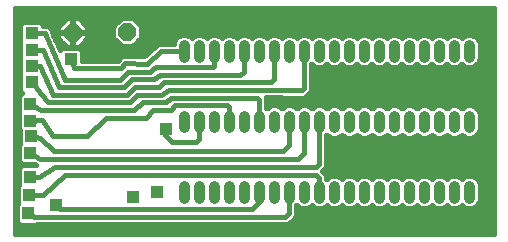
<source format=gbl>
G75*
%MOIN*%
%OFA0B0*%
%FSLAX25Y25*%
%IPPOS*%
%LPD*%
%AMOC8*
5,1,8,0,0,1.08239X$1,22.5*
%
%ADD10C,0.03811*%
%ADD11OC8,0.06000*%
%ADD12C,0.01600*%
%ADD13R,0.04362X0.04362*%
D10*
X0060146Y0015643D02*
X0060146Y0019454D01*
X0065146Y0019454D02*
X0065146Y0015643D01*
X0070146Y0015643D02*
X0070146Y0019454D01*
X0075146Y0019454D02*
X0075146Y0015643D01*
X0080146Y0015643D02*
X0080146Y0019454D01*
X0085146Y0019454D02*
X0085146Y0015643D01*
X0090146Y0015643D02*
X0090146Y0019454D01*
X0095146Y0019454D02*
X0095146Y0015643D01*
X0100146Y0015643D02*
X0100146Y0019454D01*
X0105146Y0019454D02*
X0105146Y0015643D01*
X0110146Y0015643D02*
X0110146Y0019454D01*
X0115146Y0019454D02*
X0115146Y0015643D01*
X0120146Y0015643D02*
X0120146Y0019454D01*
X0125146Y0019454D02*
X0125146Y0015643D01*
X0130146Y0015643D02*
X0130146Y0019454D01*
X0135146Y0019454D02*
X0135146Y0015643D01*
X0140146Y0015643D02*
X0140146Y0019454D01*
X0145146Y0019454D02*
X0145146Y0015643D01*
X0150146Y0015643D02*
X0150146Y0019454D01*
X0155146Y0019454D02*
X0155146Y0015643D01*
X0155146Y0039143D02*
X0155146Y0042954D01*
X0150146Y0042954D02*
X0150146Y0039143D01*
X0145146Y0039143D02*
X0145146Y0042954D01*
X0140146Y0042954D02*
X0140146Y0039143D01*
X0135146Y0039143D02*
X0135146Y0042954D01*
X0130146Y0042954D02*
X0130146Y0039143D01*
X0125146Y0039143D02*
X0125146Y0042954D01*
X0120146Y0042954D02*
X0120146Y0039143D01*
X0115146Y0039143D02*
X0115146Y0042954D01*
X0110146Y0042954D02*
X0110146Y0039143D01*
X0105146Y0039143D02*
X0105146Y0042954D01*
X0100146Y0042954D02*
X0100146Y0039143D01*
X0095146Y0039143D02*
X0095146Y0042954D01*
X0090146Y0042954D02*
X0090146Y0039143D01*
X0085146Y0039143D02*
X0085146Y0042954D01*
X0080146Y0042954D02*
X0080146Y0039143D01*
X0075146Y0039143D02*
X0075146Y0042954D01*
X0070146Y0042954D02*
X0070146Y0039143D01*
X0065146Y0039143D02*
X0065146Y0042954D01*
X0060146Y0042954D02*
X0060146Y0039143D01*
X0060146Y0062643D02*
X0060146Y0066454D01*
X0065146Y0066454D02*
X0065146Y0062643D01*
X0070146Y0062643D02*
X0070146Y0066454D01*
X0075146Y0066454D02*
X0075146Y0062643D01*
X0080146Y0062643D02*
X0080146Y0066454D01*
X0085146Y0066454D02*
X0085146Y0062643D01*
X0090146Y0062643D02*
X0090146Y0066454D01*
X0095146Y0066454D02*
X0095146Y0062643D01*
X0100146Y0062643D02*
X0100146Y0066454D01*
X0105146Y0066454D02*
X0105146Y0062643D01*
X0110146Y0062643D02*
X0110146Y0066454D01*
X0115146Y0066454D02*
X0115146Y0062643D01*
X0120146Y0062643D02*
X0120146Y0066454D01*
X0125146Y0066454D02*
X0125146Y0062643D01*
X0130146Y0062643D02*
X0130146Y0066454D01*
X0135146Y0066454D02*
X0135146Y0062643D01*
X0140146Y0062643D02*
X0140146Y0066454D01*
X0145146Y0066454D02*
X0145146Y0062643D01*
X0150146Y0062643D02*
X0150146Y0066454D01*
X0155146Y0066454D02*
X0155146Y0062643D01*
D11*
X0041170Y0070894D03*
X0023060Y0070698D03*
D12*
X0003600Y0078740D02*
X0003600Y0003600D01*
X0163386Y0003600D01*
X0163386Y0078740D01*
X0003600Y0078740D01*
X0003600Y0077670D02*
X0163386Y0077670D01*
X0163386Y0076072D02*
X0003600Y0076072D01*
X0003600Y0074473D02*
X0020047Y0074473D01*
X0021072Y0075498D02*
X0018260Y0072686D01*
X0018260Y0070898D01*
X0022860Y0070898D01*
X0022860Y0075498D01*
X0021072Y0075498D01*
X0022860Y0074473D02*
X0023260Y0074473D01*
X0023260Y0075498D02*
X0025048Y0075498D01*
X0027860Y0072686D01*
X0027860Y0070898D01*
X0023260Y0070898D01*
X0022860Y0070898D01*
X0022860Y0070498D01*
X0018260Y0070498D01*
X0018260Y0068709D01*
X0021072Y0065898D01*
X0022860Y0065898D01*
X0022860Y0070498D01*
X0023260Y0070498D01*
X0023260Y0070898D01*
X0023260Y0075498D01*
X0026073Y0074473D02*
X0038261Y0074473D01*
X0039270Y0075482D02*
X0036583Y0072795D01*
X0036583Y0068994D01*
X0039270Y0066307D01*
X0043070Y0066307D01*
X0045757Y0068994D01*
X0045757Y0072795D01*
X0043070Y0075482D01*
X0039270Y0075482D01*
X0036663Y0072874D02*
X0027671Y0072874D01*
X0027860Y0071276D02*
X0036583Y0071276D01*
X0036583Y0069677D02*
X0027860Y0069677D01*
X0027860Y0070498D02*
X0027860Y0068709D01*
X0025048Y0065898D01*
X0023260Y0065898D01*
X0023260Y0070498D01*
X0027860Y0070498D01*
X0027229Y0068079D02*
X0037498Y0068079D01*
X0039097Y0066480D02*
X0025631Y0066480D01*
X0025111Y0065608D02*
X0019434Y0065608D01*
X0018652Y0064826D01*
X0015998Y0070993D01*
X0015998Y0071490D01*
X0015623Y0071865D01*
X0015413Y0072353D01*
X0014951Y0072537D01*
X0014600Y0072888D01*
X0014069Y0072888D01*
X0013576Y0073085D01*
X0013119Y0072888D01*
X0013049Y0072888D01*
X0013049Y0073339D01*
X0012119Y0074269D01*
X0006442Y0074269D01*
X0005512Y0073339D01*
X0005512Y0051324D01*
X0006188Y0050647D01*
X0006048Y0050647D01*
X0005118Y0049717D01*
X0005118Y0038528D01*
X0005315Y0038331D01*
X0005315Y0033576D01*
X0005118Y0033379D01*
X0005118Y0027702D01*
X0006048Y0026772D01*
X0010412Y0026772D01*
X0010540Y0026691D01*
X0010797Y0026435D01*
X0006048Y0026435D01*
X0005118Y0025505D01*
X0005118Y0019828D01*
X0005134Y0019812D01*
X0004724Y0019402D01*
X0004724Y0013725D01*
X0004740Y0013709D01*
X0004331Y0013300D01*
X0004331Y0007623D01*
X0005261Y0006693D01*
X0010938Y0006693D01*
X0011138Y0006893D01*
X0094915Y0006893D01*
X0096313Y0008291D01*
X0097534Y0009512D01*
X0097534Y0013090D01*
X0097646Y0013203D01*
X0098168Y0012681D01*
X0099452Y0012150D01*
X0100841Y0012150D01*
X0102125Y0012681D01*
X0102646Y0013203D01*
X0103168Y0012681D01*
X0104452Y0012150D01*
X0105841Y0012150D01*
X0107125Y0012681D01*
X0107646Y0013203D01*
X0108168Y0012681D01*
X0109452Y0012150D01*
X0110841Y0012150D01*
X0112125Y0012681D01*
X0112646Y0013203D01*
X0113168Y0012681D01*
X0114452Y0012150D01*
X0115841Y0012150D01*
X0117125Y0012681D01*
X0117646Y0013203D01*
X0118168Y0012681D01*
X0119452Y0012150D01*
X0120841Y0012150D01*
X0122125Y0012681D01*
X0122646Y0013203D01*
X0123168Y0012681D01*
X0124452Y0012150D01*
X0125841Y0012150D01*
X0127125Y0012681D01*
X0127646Y0013203D01*
X0128168Y0012681D01*
X0129452Y0012150D01*
X0130841Y0012150D01*
X0132125Y0012681D01*
X0132646Y0013203D01*
X0133168Y0012681D01*
X0134452Y0012150D01*
X0135841Y0012150D01*
X0137125Y0012681D01*
X0137646Y0013203D01*
X0138168Y0012681D01*
X0139452Y0012150D01*
X0140841Y0012150D01*
X0142125Y0012681D01*
X0142646Y0013203D01*
X0143168Y0012681D01*
X0144452Y0012150D01*
X0145841Y0012150D01*
X0147125Y0012681D01*
X0147646Y0013203D01*
X0148168Y0012681D01*
X0149452Y0012150D01*
X0150841Y0012150D01*
X0152125Y0012681D01*
X0152646Y0013203D01*
X0153168Y0012681D01*
X0154452Y0012150D01*
X0155841Y0012150D01*
X0157125Y0012681D01*
X0158108Y0013664D01*
X0158639Y0014948D01*
X0158639Y0020148D01*
X0158108Y0021432D01*
X0157125Y0022415D01*
X0155841Y0022946D01*
X0154452Y0022946D01*
X0153168Y0022415D01*
X0152646Y0021893D01*
X0152125Y0022415D01*
X0150841Y0022946D01*
X0149452Y0022946D01*
X0148168Y0022415D01*
X0147646Y0021893D01*
X0147125Y0022415D01*
X0145841Y0022946D01*
X0144452Y0022946D01*
X0143168Y0022415D01*
X0142646Y0021893D01*
X0142125Y0022415D01*
X0140841Y0022946D01*
X0139452Y0022946D01*
X0138168Y0022415D01*
X0137646Y0021893D01*
X0137125Y0022415D01*
X0135841Y0022946D01*
X0134452Y0022946D01*
X0133168Y0022415D01*
X0132646Y0021893D01*
X0132125Y0022415D01*
X0130841Y0022946D01*
X0129452Y0022946D01*
X0128168Y0022415D01*
X0127646Y0021893D01*
X0127125Y0022415D01*
X0125841Y0022946D01*
X0124452Y0022946D01*
X0123168Y0022415D01*
X0122646Y0021893D01*
X0122125Y0022415D01*
X0120841Y0022946D01*
X0119452Y0022946D01*
X0118168Y0022415D01*
X0117646Y0021893D01*
X0117125Y0022415D01*
X0115841Y0022946D01*
X0114452Y0022946D01*
X0113168Y0022415D01*
X0112646Y0021893D01*
X0112125Y0022415D01*
X0110841Y0022946D01*
X0109452Y0022946D01*
X0108168Y0022415D01*
X0107646Y0021893D01*
X0107534Y0022006D01*
X0107534Y0023064D01*
X0106550Y0024049D01*
X0106161Y0024438D01*
X0106550Y0024827D01*
X0107534Y0025811D01*
X0107534Y0036590D01*
X0107646Y0036703D01*
X0108168Y0036181D01*
X0109452Y0035650D01*
X0110841Y0035650D01*
X0112125Y0036181D01*
X0112646Y0036703D01*
X0113168Y0036181D01*
X0114452Y0035650D01*
X0115841Y0035650D01*
X0117125Y0036181D01*
X0117646Y0036703D01*
X0118168Y0036181D01*
X0119452Y0035650D01*
X0120841Y0035650D01*
X0122125Y0036181D01*
X0122646Y0036703D01*
X0123168Y0036181D01*
X0124452Y0035650D01*
X0125841Y0035650D01*
X0127125Y0036181D01*
X0127646Y0036703D01*
X0128168Y0036181D01*
X0129452Y0035650D01*
X0130841Y0035650D01*
X0132125Y0036181D01*
X0132646Y0036703D01*
X0133168Y0036181D01*
X0134452Y0035650D01*
X0135841Y0035650D01*
X0137125Y0036181D01*
X0137646Y0036703D01*
X0138168Y0036181D01*
X0139452Y0035650D01*
X0140841Y0035650D01*
X0142125Y0036181D01*
X0142646Y0036703D01*
X0143168Y0036181D01*
X0144452Y0035650D01*
X0145841Y0035650D01*
X0147125Y0036181D01*
X0147646Y0036703D01*
X0148168Y0036181D01*
X0149452Y0035650D01*
X0150841Y0035650D01*
X0152125Y0036181D01*
X0152646Y0036703D01*
X0153168Y0036181D01*
X0154452Y0035650D01*
X0155841Y0035650D01*
X0157125Y0036181D01*
X0158108Y0037164D01*
X0158639Y0038448D01*
X0158639Y0043648D01*
X0158108Y0044932D01*
X0157125Y0045915D01*
X0155841Y0046446D01*
X0154452Y0046446D01*
X0153168Y0045915D01*
X0152646Y0045393D01*
X0152125Y0045915D01*
X0150841Y0046446D01*
X0149452Y0046446D01*
X0148168Y0045915D01*
X0147646Y0045393D01*
X0147125Y0045915D01*
X0145841Y0046446D01*
X0144452Y0046446D01*
X0143168Y0045915D01*
X0142646Y0045393D01*
X0142125Y0045915D01*
X0140841Y0046446D01*
X0139452Y0046446D01*
X0138168Y0045915D01*
X0137646Y0045393D01*
X0137125Y0045915D01*
X0135841Y0046446D01*
X0134452Y0046446D01*
X0133168Y0045915D01*
X0132646Y0045393D01*
X0132125Y0045915D01*
X0130841Y0046446D01*
X0129452Y0046446D01*
X0128168Y0045915D01*
X0127646Y0045393D01*
X0127125Y0045915D01*
X0125841Y0046446D01*
X0124452Y0046446D01*
X0123168Y0045915D01*
X0122646Y0045393D01*
X0122125Y0045915D01*
X0120841Y0046446D01*
X0119452Y0046446D01*
X0118168Y0045915D01*
X0117646Y0045393D01*
X0117125Y0045915D01*
X0115841Y0046446D01*
X0114452Y0046446D01*
X0113168Y0045915D01*
X0112646Y0045393D01*
X0112125Y0045915D01*
X0110841Y0046446D01*
X0109452Y0046446D01*
X0108168Y0045915D01*
X0107646Y0045393D01*
X0107125Y0045915D01*
X0105841Y0046446D01*
X0104452Y0046446D01*
X0103168Y0045915D01*
X0102646Y0045393D01*
X0102125Y0045915D01*
X0100841Y0046446D01*
X0099452Y0046446D01*
X0098168Y0045915D01*
X0097646Y0045393D01*
X0097125Y0045915D01*
X0095841Y0046446D01*
X0094452Y0046446D01*
X0093168Y0045915D01*
X0092646Y0045393D01*
X0092125Y0045915D01*
X0090841Y0046446D01*
X0089452Y0046446D01*
X0088168Y0045915D01*
X0087646Y0045393D01*
X0087534Y0045506D01*
X0087534Y0049072D01*
X0098445Y0049023D01*
X0098449Y0049019D01*
X0099431Y0049019D01*
X0100416Y0049015D01*
X0100420Y0049019D01*
X0100427Y0049019D01*
X0101121Y0049713D01*
X0101821Y0050407D01*
X0101821Y0050413D01*
X0102534Y0051126D01*
X0102534Y0060090D01*
X0102646Y0060203D01*
X0103168Y0059681D01*
X0104452Y0059150D01*
X0105841Y0059150D01*
X0107125Y0059681D01*
X0107646Y0060203D01*
X0108168Y0059681D01*
X0109452Y0059150D01*
X0110841Y0059150D01*
X0112125Y0059681D01*
X0112646Y0060203D01*
X0113168Y0059681D01*
X0114452Y0059150D01*
X0115841Y0059150D01*
X0117125Y0059681D01*
X0117646Y0060203D01*
X0118168Y0059681D01*
X0119452Y0059150D01*
X0120841Y0059150D01*
X0122125Y0059681D01*
X0122646Y0060203D01*
X0123168Y0059681D01*
X0124452Y0059150D01*
X0125841Y0059150D01*
X0127125Y0059681D01*
X0127646Y0060203D01*
X0128168Y0059681D01*
X0129452Y0059150D01*
X0130841Y0059150D01*
X0132125Y0059681D01*
X0132646Y0060203D01*
X0133168Y0059681D01*
X0134452Y0059150D01*
X0135841Y0059150D01*
X0137125Y0059681D01*
X0137646Y0060203D01*
X0138168Y0059681D01*
X0139452Y0059150D01*
X0140841Y0059150D01*
X0142125Y0059681D01*
X0142646Y0060203D01*
X0143168Y0059681D01*
X0144452Y0059150D01*
X0145841Y0059150D01*
X0147125Y0059681D01*
X0147646Y0060203D01*
X0148168Y0059681D01*
X0149452Y0059150D01*
X0150841Y0059150D01*
X0152125Y0059681D01*
X0152646Y0060203D01*
X0153168Y0059681D01*
X0154452Y0059150D01*
X0155841Y0059150D01*
X0157125Y0059681D01*
X0158108Y0060664D01*
X0158639Y0061948D01*
X0158639Y0067148D01*
X0158108Y0068432D01*
X0157125Y0069415D01*
X0155841Y0069946D01*
X0154452Y0069946D01*
X0153168Y0069415D01*
X0152646Y0068893D01*
X0152125Y0069415D01*
X0150841Y0069946D01*
X0149452Y0069946D01*
X0148168Y0069415D01*
X0147646Y0068893D01*
X0147125Y0069415D01*
X0145841Y0069946D01*
X0144452Y0069946D01*
X0143168Y0069415D01*
X0142646Y0068893D01*
X0142125Y0069415D01*
X0140841Y0069946D01*
X0139452Y0069946D01*
X0138168Y0069415D01*
X0137646Y0068893D01*
X0137125Y0069415D01*
X0135841Y0069946D01*
X0134452Y0069946D01*
X0133168Y0069415D01*
X0132646Y0068893D01*
X0132125Y0069415D01*
X0130841Y0069946D01*
X0129452Y0069946D01*
X0128168Y0069415D01*
X0127646Y0068893D01*
X0127125Y0069415D01*
X0125841Y0069946D01*
X0124452Y0069946D01*
X0123168Y0069415D01*
X0122646Y0068893D01*
X0122125Y0069415D01*
X0120841Y0069946D01*
X0119452Y0069946D01*
X0118168Y0069415D01*
X0117646Y0068893D01*
X0117125Y0069415D01*
X0115841Y0069946D01*
X0114452Y0069946D01*
X0113168Y0069415D01*
X0112646Y0068893D01*
X0112125Y0069415D01*
X0110841Y0069946D01*
X0109452Y0069946D01*
X0108168Y0069415D01*
X0107646Y0068893D01*
X0107125Y0069415D01*
X0105841Y0069946D01*
X0104452Y0069946D01*
X0103168Y0069415D01*
X0102646Y0068893D01*
X0102125Y0069415D01*
X0100841Y0069946D01*
X0099452Y0069946D01*
X0098168Y0069415D01*
X0097646Y0068893D01*
X0097125Y0069415D01*
X0095841Y0069946D01*
X0094452Y0069946D01*
X0093168Y0069415D01*
X0092646Y0068893D01*
X0092125Y0069415D01*
X0090841Y0069946D01*
X0089452Y0069946D01*
X0088168Y0069415D01*
X0087646Y0068893D01*
X0087125Y0069415D01*
X0085841Y0069946D01*
X0084452Y0069946D01*
X0083168Y0069415D01*
X0082646Y0068893D01*
X0082125Y0069415D01*
X0080841Y0069946D01*
X0079452Y0069946D01*
X0078168Y0069415D01*
X0077646Y0068893D01*
X0077125Y0069415D01*
X0075841Y0069946D01*
X0074452Y0069946D01*
X0073168Y0069415D01*
X0072646Y0068893D01*
X0072125Y0069415D01*
X0070841Y0069946D01*
X0069452Y0069946D01*
X0068168Y0069415D01*
X0067646Y0068893D01*
X0067125Y0069415D01*
X0065841Y0069946D01*
X0064452Y0069946D01*
X0063168Y0069415D01*
X0062646Y0068893D01*
X0062125Y0069415D01*
X0060841Y0069946D01*
X0059452Y0069946D01*
X0058168Y0069415D01*
X0057185Y0068432D01*
X0056654Y0067148D01*
X0056654Y0066935D01*
X0052410Y0066935D01*
X0051488Y0066987D01*
X0051431Y0066935D01*
X0051354Y0066935D01*
X0050702Y0066283D01*
X0046782Y0062776D01*
X0041596Y0062920D01*
X0041568Y0062947D01*
X0040613Y0062947D01*
X0039657Y0062974D01*
X0039629Y0062947D01*
X0039591Y0062947D01*
X0038915Y0062271D01*
X0038221Y0061615D01*
X0038219Y0061576D01*
X0038010Y0061366D01*
X0026041Y0061290D01*
X0026041Y0064678D01*
X0025111Y0065608D01*
X0025837Y0064882D02*
X0049136Y0064882D01*
X0050899Y0066480D02*
X0043244Y0066480D01*
X0044842Y0068079D02*
X0057039Y0068079D01*
X0058802Y0069677D02*
X0045757Y0069677D01*
X0045757Y0071276D02*
X0163386Y0071276D01*
X0163386Y0072874D02*
X0045678Y0072874D01*
X0044079Y0074473D02*
X0163386Y0074473D01*
X0163386Y0069677D02*
X0156491Y0069677D01*
X0153802Y0069677D02*
X0151491Y0069677D01*
X0148802Y0069677D02*
X0146491Y0069677D01*
X0143802Y0069677D02*
X0141491Y0069677D01*
X0138802Y0069677D02*
X0136491Y0069677D01*
X0133802Y0069677D02*
X0131491Y0069677D01*
X0128802Y0069677D02*
X0126491Y0069677D01*
X0123802Y0069677D02*
X0121491Y0069677D01*
X0118802Y0069677D02*
X0116491Y0069677D01*
X0113802Y0069677D02*
X0111491Y0069677D01*
X0108802Y0069677D02*
X0106491Y0069677D01*
X0103802Y0069677D02*
X0101491Y0069677D01*
X0098802Y0069677D02*
X0096491Y0069677D01*
X0093802Y0069677D02*
X0091491Y0069677D01*
X0088802Y0069677D02*
X0086491Y0069677D01*
X0083802Y0069677D02*
X0081491Y0069677D01*
X0078802Y0069677D02*
X0076491Y0069677D01*
X0073802Y0069677D02*
X0071491Y0069677D01*
X0068802Y0069677D02*
X0066491Y0069677D01*
X0063802Y0069677D02*
X0061491Y0069677D01*
X0060146Y0064548D02*
X0052343Y0064548D01*
X0047666Y0060363D01*
X0040580Y0060560D01*
X0039005Y0058985D01*
X0023454Y0058887D01*
X0022272Y0061839D01*
X0026041Y0061685D02*
X0038295Y0061685D01*
X0041367Y0057706D02*
X0038808Y0054950D01*
X0020304Y0054950D01*
X0013611Y0070501D01*
X0009280Y0070501D01*
X0005512Y0071276D02*
X0003600Y0071276D01*
X0003600Y0072874D02*
X0005512Y0072874D01*
X0005512Y0069677D02*
X0003600Y0069677D01*
X0003600Y0068079D02*
X0005512Y0068079D01*
X0005512Y0066480D02*
X0003600Y0066480D01*
X0003600Y0064882D02*
X0005512Y0064882D01*
X0005512Y0063283D02*
X0003600Y0063283D01*
X0003600Y0061685D02*
X0005512Y0061685D01*
X0005512Y0060086D02*
X0003600Y0060086D01*
X0003600Y0058488D02*
X0005512Y0058488D01*
X0005512Y0056889D02*
X0003600Y0056889D01*
X0003600Y0055291D02*
X0005512Y0055291D01*
X0005512Y0053692D02*
X0003600Y0053692D01*
X0003600Y0052094D02*
X0005512Y0052094D01*
X0005896Y0050495D02*
X0003600Y0050495D01*
X0003600Y0048897D02*
X0005118Y0048897D01*
X0005118Y0047298D02*
X0003600Y0047298D01*
X0003600Y0045700D02*
X0005118Y0045700D01*
X0005118Y0044101D02*
X0003600Y0044101D01*
X0003600Y0042503D02*
X0005118Y0042503D01*
X0005118Y0040904D02*
X0003600Y0040904D01*
X0003600Y0039306D02*
X0005118Y0039306D01*
X0005315Y0037707D02*
X0003600Y0037707D01*
X0003600Y0036109D02*
X0005315Y0036109D01*
X0005315Y0034510D02*
X0003600Y0034510D01*
X0003600Y0032912D02*
X0005118Y0032912D01*
X0005118Y0031313D02*
X0003600Y0031313D01*
X0003600Y0029715D02*
X0005118Y0029715D01*
X0005118Y0028116D02*
X0003600Y0028116D01*
X0003600Y0026518D02*
X0010714Y0026518D01*
X0012036Y0028572D02*
X0008887Y0030540D01*
X0012036Y0028572D02*
X0098257Y0028572D01*
X0100225Y0030540D01*
X0100225Y0040969D01*
X0100146Y0041048D01*
X0095146Y0041048D02*
X0095146Y0033335D01*
X0093139Y0031328D01*
X0016761Y0031328D01*
X0012036Y0035461D01*
X0009083Y0036052D01*
X0012824Y0041564D02*
X0016367Y0036052D01*
X0027784Y0036052D01*
X0034083Y0042351D01*
X0047568Y0042351D01*
X0049831Y0044812D01*
X0055639Y0044812D01*
X0057213Y0046485D01*
X0074438Y0046583D01*
X0075146Y0045875D01*
X0075146Y0041048D01*
X0085146Y0041048D02*
X0085146Y0048375D01*
X0084477Y0049044D01*
X0055737Y0049044D01*
X0054162Y0047469D01*
X0046288Y0047469D01*
X0043532Y0044812D01*
X0012430Y0045009D01*
X0008887Y0046879D01*
X0012430Y0050225D02*
X0014792Y0047469D01*
X0042056Y0047469D01*
X0044517Y0049930D01*
X0052391Y0049930D01*
X0055048Y0051603D01*
X0099438Y0051406D01*
X0100146Y0052115D01*
X0100146Y0064548D01*
X0102534Y0060086D02*
X0102763Y0060086D01*
X0102534Y0058488D02*
X0163386Y0058488D01*
X0163386Y0060086D02*
X0157530Y0060086D01*
X0158530Y0061685D02*
X0163386Y0061685D01*
X0163386Y0063283D02*
X0158639Y0063283D01*
X0158639Y0064882D02*
X0163386Y0064882D01*
X0163386Y0066480D02*
X0158639Y0066480D01*
X0158254Y0068079D02*
X0163386Y0068079D01*
X0152763Y0060086D02*
X0152530Y0060086D01*
X0147763Y0060086D02*
X0147530Y0060086D01*
X0142763Y0060086D02*
X0142530Y0060086D01*
X0137763Y0060086D02*
X0137530Y0060086D01*
X0132763Y0060086D02*
X0132530Y0060086D01*
X0127763Y0060086D02*
X0127530Y0060086D01*
X0122763Y0060086D02*
X0122530Y0060086D01*
X0117763Y0060086D02*
X0117530Y0060086D01*
X0112763Y0060086D02*
X0112530Y0060086D01*
X0107763Y0060086D02*
X0107530Y0060086D01*
X0102534Y0056889D02*
X0163386Y0056889D01*
X0163386Y0055291D02*
X0102534Y0055291D01*
X0102534Y0053692D02*
X0163386Y0053692D01*
X0163386Y0052094D02*
X0102534Y0052094D01*
X0101903Y0050495D02*
X0163386Y0050495D01*
X0163386Y0048897D02*
X0087534Y0048897D01*
X0087534Y0047298D02*
X0163386Y0047298D01*
X0163386Y0045700D02*
X0157340Y0045700D01*
X0158452Y0044101D02*
X0163386Y0044101D01*
X0163386Y0042503D02*
X0158639Y0042503D01*
X0158639Y0040904D02*
X0163386Y0040904D01*
X0163386Y0039306D02*
X0158639Y0039306D01*
X0158333Y0037707D02*
X0163386Y0037707D01*
X0163386Y0036109D02*
X0156950Y0036109D01*
X0153343Y0036109D02*
X0151950Y0036109D01*
X0148343Y0036109D02*
X0146950Y0036109D01*
X0143343Y0036109D02*
X0141950Y0036109D01*
X0138343Y0036109D02*
X0136950Y0036109D01*
X0133343Y0036109D02*
X0131950Y0036109D01*
X0128343Y0036109D02*
X0126950Y0036109D01*
X0123343Y0036109D02*
X0121950Y0036109D01*
X0118343Y0036109D02*
X0116950Y0036109D01*
X0113343Y0036109D02*
X0111950Y0036109D01*
X0108343Y0036109D02*
X0107534Y0036109D01*
X0107534Y0034510D02*
X0163386Y0034510D01*
X0163386Y0032912D02*
X0107534Y0032912D01*
X0107534Y0031313D02*
X0163386Y0031313D01*
X0163386Y0029715D02*
X0107534Y0029715D01*
X0107534Y0028116D02*
X0163386Y0028116D01*
X0163386Y0026518D02*
X0107534Y0026518D01*
X0106642Y0024919D02*
X0163386Y0024919D01*
X0163386Y0023321D02*
X0107278Y0023321D01*
X0105146Y0022076D02*
X0104162Y0023060D01*
X0020304Y0023060D01*
X0013020Y0016564D01*
X0008493Y0016564D01*
X0004724Y0016927D02*
X0003600Y0016927D01*
X0003600Y0018525D02*
X0004724Y0018525D01*
X0005118Y0020124D02*
X0003600Y0020124D01*
X0003600Y0021722D02*
X0005118Y0021722D01*
X0005118Y0023321D02*
X0003600Y0023321D01*
X0003600Y0024919D02*
X0005118Y0024919D01*
X0008887Y0022666D02*
X0011643Y0022666D01*
X0017154Y0025816D01*
X0104162Y0025816D01*
X0105146Y0026800D01*
X0105146Y0041048D01*
X0102953Y0045700D02*
X0102340Y0045700D01*
X0097953Y0045700D02*
X0097340Y0045700D01*
X0092953Y0045700D02*
X0092340Y0045700D01*
X0087953Y0045700D02*
X0087534Y0045700D01*
X0089202Y0054162D02*
X0053375Y0054064D01*
X0051800Y0052587D01*
X0043729Y0052489D01*
X0040973Y0049930D01*
X0016465Y0049930D01*
X0012233Y0059477D01*
X0009280Y0059477D01*
X0009280Y0064989D02*
X0013217Y0064989D01*
X0018434Y0052489D01*
X0039989Y0052391D01*
X0042745Y0055048D01*
X0050225Y0055146D01*
X0052095Y0056524D01*
X0078867Y0056623D01*
X0080146Y0057706D01*
X0080146Y0064548D01*
X0070146Y0064548D02*
X0070146Y0059517D01*
X0069910Y0059083D01*
X0050619Y0059083D01*
X0049831Y0058493D01*
X0048847Y0057706D01*
X0041367Y0057706D01*
X0047350Y0063283D02*
X0026041Y0063283D01*
X0023260Y0066480D02*
X0022860Y0066480D01*
X0020489Y0066480D02*
X0017940Y0066480D01*
X0018628Y0064882D02*
X0018708Y0064882D01*
X0018890Y0068079D02*
X0017252Y0068079D01*
X0016564Y0069677D02*
X0018260Y0069677D01*
X0018260Y0071276D02*
X0015998Y0071276D01*
X0014614Y0072874D02*
X0018448Y0072874D01*
X0022860Y0072874D02*
X0023260Y0072874D01*
X0023260Y0071276D02*
X0022860Y0071276D01*
X0022860Y0069677D02*
X0023260Y0069677D01*
X0023260Y0068079D02*
X0022860Y0068079D01*
X0009280Y0054162D02*
X0012430Y0050225D01*
X0012824Y0041564D02*
X0008887Y0041367D01*
X0053670Y0036544D02*
X0056131Y0034083D01*
X0064005Y0034083D01*
X0065146Y0035225D01*
X0065146Y0041048D01*
X0053965Y0038709D02*
X0053670Y0036544D01*
X0089202Y0054162D02*
X0090146Y0055107D01*
X0090146Y0064548D01*
X0107340Y0045700D02*
X0107953Y0045700D01*
X0112340Y0045700D02*
X0112953Y0045700D01*
X0117340Y0045700D02*
X0117953Y0045700D01*
X0122340Y0045700D02*
X0122953Y0045700D01*
X0127340Y0045700D02*
X0127953Y0045700D01*
X0132340Y0045700D02*
X0132953Y0045700D01*
X0137340Y0045700D02*
X0137953Y0045700D01*
X0142340Y0045700D02*
X0142953Y0045700D01*
X0147340Y0045700D02*
X0147953Y0045700D01*
X0152340Y0045700D02*
X0152953Y0045700D01*
X0157818Y0021722D02*
X0163386Y0021722D01*
X0163386Y0020124D02*
X0158639Y0020124D01*
X0158639Y0018525D02*
X0163386Y0018525D01*
X0163386Y0016927D02*
X0158639Y0016927D01*
X0158639Y0015328D02*
X0163386Y0015328D01*
X0163386Y0013730D02*
X0158135Y0013730D01*
X0163386Y0012131D02*
X0097534Y0012131D01*
X0097534Y0010533D02*
X0163386Y0010533D01*
X0163386Y0008934D02*
X0096956Y0008934D01*
X0095357Y0007336D02*
X0163386Y0007336D01*
X0163386Y0005737D02*
X0003600Y0005737D01*
X0003600Y0004138D02*
X0163386Y0004138D01*
X0105146Y0017548D02*
X0105146Y0022076D01*
X0095146Y0017548D02*
X0095146Y0010501D01*
X0093926Y0009280D01*
X0010068Y0009280D01*
X0008099Y0010461D01*
X0004331Y0010533D02*
X0003600Y0010533D01*
X0003600Y0012131D02*
X0004331Y0012131D01*
X0004724Y0013730D02*
X0003600Y0013730D01*
X0003600Y0015328D02*
X0004724Y0015328D01*
X0004331Y0008934D02*
X0003600Y0008934D01*
X0003600Y0007336D02*
X0004618Y0007336D01*
X0017548Y0013217D02*
X0018926Y0011839D01*
X0082902Y0011839D01*
X0085146Y0014083D01*
X0085146Y0017548D01*
D13*
X0051013Y0017548D03*
X0043139Y0015973D03*
X0017548Y0013217D03*
X0008493Y0016564D03*
X0008887Y0022666D03*
X0008887Y0030540D03*
X0009083Y0036052D03*
X0008887Y0041367D03*
X0008887Y0046879D03*
X0009280Y0054162D03*
X0009280Y0059477D03*
X0009280Y0064989D03*
X0009280Y0070501D03*
X0022272Y0061839D03*
X0053965Y0038709D03*
X0008099Y0010461D03*
M02*

</source>
